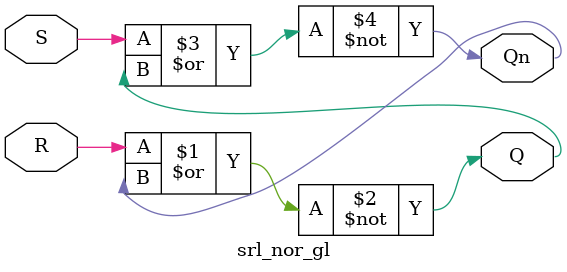
<source format=v>
`timescale 1ns/1ps

module srl_nor_gl (
    input S, R,
    output Q, Qn
);

nor (Q, R, Qn);  // Q = ~(R + Qn)
nor (Qn, S, Q);  // Qn = ~(S + Q)

endmodule
</source>
